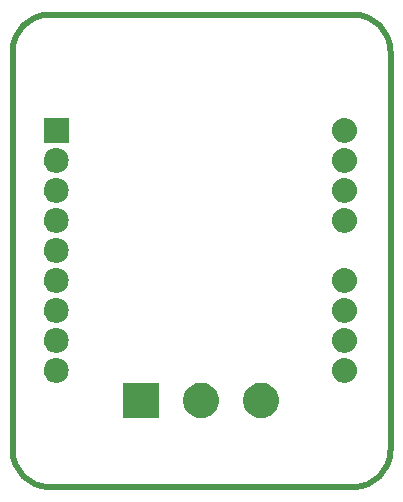
<source format=gbr>
%TF.GenerationSoftware,KiCad,Pcbnew,5.0.1*%
%TF.CreationDate,2018-10-23T16:10:10+11:00*%
%TF.ProjectId,FP2,4650322E6B696361645F706362000000,A*%
%TF.SameCoordinates,Original*%
%TF.FileFunction,Soldermask,Bot*%
%TF.FilePolarity,Negative*%
%FSLAX46Y46*%
G04 Gerber Fmt 4.6, Leading zero omitted, Abs format (unit mm)*
G04 Created by KiCad (PCBNEW 5.0.1) date Tue 23 Oct 2018 04:10:10 PM AEDT*
%MOMM*%
%LPD*%
G01*
G04 APERTURE LIST*
%ADD10C,0.500000*%
%ADD11C,0.150000*%
G04 APERTURE END LIST*
D10*
X132120000Y-120000000D02*
G75*
G02X129000000Y-116880000I0J3120000D01*
G01*
X161000000Y-116880000D02*
G75*
G02X157880000Y-120000000I-3120000J0D01*
G01*
X161000000Y-83120000D02*
G75*
G03X157880000Y-80000000I-3120000J0D01*
G01*
X129000000Y-83120000D02*
G75*
G02X132120000Y-80000000I3120000J0D01*
G01*
X129000000Y-116860000D02*
X129000000Y-83120000D01*
X132110000Y-120000000D02*
X157880000Y-120000000D01*
X161000000Y-83140000D02*
X161000000Y-116880000D01*
X132130000Y-80000000D02*
X157870000Y-80000000D01*
D11*
G36*
X141390000Y-114160000D02*
X138390000Y-114160000D01*
X138390000Y-111160000D01*
X141390000Y-111160000D01*
X141390000Y-114160000D01*
X141390000Y-114160000D01*
G37*
G36*
X150390935Y-111198429D02*
X150487534Y-111217644D01*
X150760517Y-111330717D01*
X151002920Y-111492687D01*
X151006197Y-111494876D01*
X151215124Y-111703803D01*
X151379284Y-111949485D01*
X151492356Y-112222467D01*
X151550000Y-112512261D01*
X151550000Y-112807739D01*
X151492356Y-113097533D01*
X151379284Y-113370515D01*
X151215124Y-113616197D01*
X151006197Y-113825124D01*
X151006194Y-113825126D01*
X150760517Y-113989283D01*
X150487534Y-114102356D01*
X150390935Y-114121571D01*
X150197739Y-114160000D01*
X149902261Y-114160000D01*
X149709065Y-114121571D01*
X149612466Y-114102356D01*
X149339483Y-113989283D01*
X149093806Y-113825126D01*
X149093803Y-113825124D01*
X148884876Y-113616197D01*
X148720716Y-113370515D01*
X148607644Y-113097533D01*
X148550000Y-112807739D01*
X148550000Y-112512261D01*
X148607644Y-112222467D01*
X148720716Y-111949485D01*
X148884876Y-111703803D01*
X149093803Y-111494876D01*
X149097080Y-111492687D01*
X149339483Y-111330717D01*
X149612466Y-111217644D01*
X149709065Y-111198429D01*
X149902261Y-111160000D01*
X150197739Y-111160000D01*
X150390935Y-111198429D01*
X150390935Y-111198429D01*
G37*
G36*
X145310935Y-111198429D02*
X145407534Y-111217644D01*
X145680517Y-111330717D01*
X145922920Y-111492687D01*
X145926197Y-111494876D01*
X146135124Y-111703803D01*
X146299284Y-111949485D01*
X146412356Y-112222467D01*
X146470000Y-112512261D01*
X146470000Y-112807739D01*
X146412356Y-113097533D01*
X146299284Y-113370515D01*
X146135124Y-113616197D01*
X145926197Y-113825124D01*
X145926194Y-113825126D01*
X145680517Y-113989283D01*
X145407534Y-114102356D01*
X145310935Y-114121571D01*
X145117739Y-114160000D01*
X144822261Y-114160000D01*
X144629065Y-114121571D01*
X144532466Y-114102356D01*
X144259483Y-113989283D01*
X144013806Y-113825126D01*
X144013803Y-113825124D01*
X143804876Y-113616197D01*
X143640716Y-113370515D01*
X143527644Y-113097533D01*
X143470000Y-112807739D01*
X143470000Y-112512261D01*
X143527644Y-112222467D01*
X143640716Y-111949485D01*
X143804876Y-111703803D01*
X144013803Y-111494876D01*
X144017080Y-111492687D01*
X144259483Y-111330717D01*
X144532466Y-111217644D01*
X144629065Y-111198429D01*
X144822261Y-111160000D01*
X145117739Y-111160000D01*
X145310935Y-111198429D01*
X145310935Y-111198429D01*
G37*
G36*
X132818707Y-109067597D02*
X132895836Y-109075193D01*
X133027787Y-109115220D01*
X133093763Y-109135233D01*
X133276172Y-109232733D01*
X133436054Y-109363946D01*
X133567267Y-109523828D01*
X133664767Y-109706237D01*
X133664767Y-109706238D01*
X133724807Y-109904164D01*
X133745080Y-110110000D01*
X133724807Y-110315836D01*
X133684780Y-110447787D01*
X133664767Y-110513763D01*
X133567267Y-110696172D01*
X133436054Y-110856054D01*
X133276172Y-110987267D01*
X133093763Y-111084767D01*
X133027787Y-111104780D01*
X132895836Y-111144807D01*
X132818707Y-111152404D01*
X132741580Y-111160000D01*
X132638420Y-111160000D01*
X132561293Y-111152404D01*
X132484164Y-111144807D01*
X132352213Y-111104780D01*
X132286237Y-111084767D01*
X132103828Y-110987267D01*
X131943946Y-110856054D01*
X131812733Y-110696172D01*
X131715233Y-110513763D01*
X131695220Y-110447787D01*
X131655193Y-110315836D01*
X131634920Y-110110000D01*
X131655193Y-109904164D01*
X131715233Y-109706238D01*
X131715233Y-109706237D01*
X131812733Y-109523828D01*
X131943946Y-109363946D01*
X132103828Y-109232733D01*
X132286237Y-109135233D01*
X132352213Y-109115220D01*
X132484164Y-109075193D01*
X132561293Y-109067597D01*
X132638420Y-109060000D01*
X132741580Y-109060000D01*
X132818707Y-109067597D01*
X132818707Y-109067597D01*
G37*
G36*
X157218707Y-109067597D02*
X157295836Y-109075193D01*
X157427787Y-109115220D01*
X157493763Y-109135233D01*
X157676172Y-109232733D01*
X157836054Y-109363946D01*
X157967267Y-109523828D01*
X158064767Y-109706237D01*
X158064767Y-109706238D01*
X158124807Y-109904164D01*
X158145080Y-110110000D01*
X158124807Y-110315836D01*
X158084780Y-110447787D01*
X158064767Y-110513763D01*
X157967267Y-110696172D01*
X157836054Y-110856054D01*
X157676172Y-110987267D01*
X157493763Y-111084767D01*
X157427787Y-111104780D01*
X157295836Y-111144807D01*
X157218707Y-111152404D01*
X157141580Y-111160000D01*
X157038420Y-111160000D01*
X156961293Y-111152404D01*
X156884164Y-111144807D01*
X156752213Y-111104780D01*
X156686237Y-111084767D01*
X156503828Y-110987267D01*
X156343946Y-110856054D01*
X156212733Y-110696172D01*
X156115233Y-110513763D01*
X156095220Y-110447787D01*
X156055193Y-110315836D01*
X156034920Y-110110000D01*
X156055193Y-109904164D01*
X156115233Y-109706238D01*
X156115233Y-109706237D01*
X156212733Y-109523828D01*
X156343946Y-109363946D01*
X156503828Y-109232733D01*
X156686237Y-109135233D01*
X156752213Y-109115220D01*
X156884164Y-109075193D01*
X156961293Y-109067597D01*
X157038420Y-109060000D01*
X157141580Y-109060000D01*
X157218707Y-109067597D01*
X157218707Y-109067597D01*
G37*
G36*
X157218707Y-106527596D02*
X157295836Y-106535193D01*
X157427787Y-106575220D01*
X157493763Y-106595233D01*
X157676172Y-106692733D01*
X157836054Y-106823946D01*
X157967267Y-106983828D01*
X158064767Y-107166237D01*
X158064767Y-107166238D01*
X158124807Y-107364164D01*
X158145080Y-107570000D01*
X158124807Y-107775836D01*
X158084780Y-107907787D01*
X158064767Y-107973763D01*
X157967267Y-108156172D01*
X157836054Y-108316054D01*
X157676172Y-108447267D01*
X157493763Y-108544767D01*
X157427787Y-108564780D01*
X157295836Y-108604807D01*
X157218707Y-108612404D01*
X157141580Y-108620000D01*
X157038420Y-108620000D01*
X156961293Y-108612404D01*
X156884164Y-108604807D01*
X156752213Y-108564780D01*
X156686237Y-108544767D01*
X156503828Y-108447267D01*
X156343946Y-108316054D01*
X156212733Y-108156172D01*
X156115233Y-107973763D01*
X156095220Y-107907787D01*
X156055193Y-107775836D01*
X156034920Y-107570000D01*
X156055193Y-107364164D01*
X156115233Y-107166238D01*
X156115233Y-107166237D01*
X156212733Y-106983828D01*
X156343946Y-106823946D01*
X156503828Y-106692733D01*
X156686237Y-106595233D01*
X156752213Y-106575220D01*
X156884164Y-106535193D01*
X156961293Y-106527596D01*
X157038420Y-106520000D01*
X157141580Y-106520000D01*
X157218707Y-106527596D01*
X157218707Y-106527596D01*
G37*
G36*
X132818707Y-106527596D02*
X132895836Y-106535193D01*
X133027787Y-106575220D01*
X133093763Y-106595233D01*
X133276172Y-106692733D01*
X133436054Y-106823946D01*
X133567267Y-106983828D01*
X133664767Y-107166237D01*
X133664767Y-107166238D01*
X133724807Y-107364164D01*
X133745080Y-107570000D01*
X133724807Y-107775836D01*
X133684780Y-107907787D01*
X133664767Y-107973763D01*
X133567267Y-108156172D01*
X133436054Y-108316054D01*
X133276172Y-108447267D01*
X133093763Y-108544767D01*
X133027787Y-108564780D01*
X132895836Y-108604807D01*
X132818707Y-108612404D01*
X132741580Y-108620000D01*
X132638420Y-108620000D01*
X132561293Y-108612404D01*
X132484164Y-108604807D01*
X132352213Y-108564780D01*
X132286237Y-108544767D01*
X132103828Y-108447267D01*
X131943946Y-108316054D01*
X131812733Y-108156172D01*
X131715233Y-107973763D01*
X131695220Y-107907787D01*
X131655193Y-107775836D01*
X131634920Y-107570000D01*
X131655193Y-107364164D01*
X131715233Y-107166238D01*
X131715233Y-107166237D01*
X131812733Y-106983828D01*
X131943946Y-106823946D01*
X132103828Y-106692733D01*
X132286237Y-106595233D01*
X132352213Y-106575220D01*
X132484164Y-106535193D01*
X132561293Y-106527596D01*
X132638420Y-106520000D01*
X132741580Y-106520000D01*
X132818707Y-106527596D01*
X132818707Y-106527596D01*
G37*
G36*
X157218707Y-103987596D02*
X157295836Y-103995193D01*
X157427787Y-104035220D01*
X157493763Y-104055233D01*
X157676172Y-104152733D01*
X157836054Y-104283946D01*
X157967267Y-104443828D01*
X158064767Y-104626237D01*
X158064767Y-104626238D01*
X158124807Y-104824164D01*
X158145080Y-105030000D01*
X158124807Y-105235836D01*
X158084780Y-105367787D01*
X158064767Y-105433763D01*
X157967267Y-105616172D01*
X157836054Y-105776054D01*
X157676172Y-105907267D01*
X157493763Y-106004767D01*
X157427787Y-106024780D01*
X157295836Y-106064807D01*
X157218707Y-106072404D01*
X157141580Y-106080000D01*
X157038420Y-106080000D01*
X156961293Y-106072404D01*
X156884164Y-106064807D01*
X156752213Y-106024780D01*
X156686237Y-106004767D01*
X156503828Y-105907267D01*
X156343946Y-105776054D01*
X156212733Y-105616172D01*
X156115233Y-105433763D01*
X156095220Y-105367787D01*
X156055193Y-105235836D01*
X156034920Y-105030000D01*
X156055193Y-104824164D01*
X156115233Y-104626238D01*
X156115233Y-104626237D01*
X156212733Y-104443828D01*
X156343946Y-104283946D01*
X156503828Y-104152733D01*
X156686237Y-104055233D01*
X156752213Y-104035220D01*
X156884164Y-103995193D01*
X156961293Y-103987596D01*
X157038420Y-103980000D01*
X157141580Y-103980000D01*
X157218707Y-103987596D01*
X157218707Y-103987596D01*
G37*
G36*
X132818707Y-103987596D02*
X132895836Y-103995193D01*
X133027787Y-104035220D01*
X133093763Y-104055233D01*
X133276172Y-104152733D01*
X133436054Y-104283946D01*
X133567267Y-104443828D01*
X133664767Y-104626237D01*
X133664767Y-104626238D01*
X133724807Y-104824164D01*
X133745080Y-105030000D01*
X133724807Y-105235836D01*
X133684780Y-105367787D01*
X133664767Y-105433763D01*
X133567267Y-105616172D01*
X133436054Y-105776054D01*
X133276172Y-105907267D01*
X133093763Y-106004767D01*
X133027787Y-106024780D01*
X132895836Y-106064807D01*
X132818707Y-106072404D01*
X132741580Y-106080000D01*
X132638420Y-106080000D01*
X132561293Y-106072404D01*
X132484164Y-106064807D01*
X132352213Y-106024780D01*
X132286237Y-106004767D01*
X132103828Y-105907267D01*
X131943946Y-105776054D01*
X131812733Y-105616172D01*
X131715233Y-105433763D01*
X131695220Y-105367787D01*
X131655193Y-105235836D01*
X131634920Y-105030000D01*
X131655193Y-104824164D01*
X131715233Y-104626238D01*
X131715233Y-104626237D01*
X131812733Y-104443828D01*
X131943946Y-104283946D01*
X132103828Y-104152733D01*
X132286237Y-104055233D01*
X132352213Y-104035220D01*
X132484164Y-103995193D01*
X132561293Y-103987596D01*
X132638420Y-103980000D01*
X132741580Y-103980000D01*
X132818707Y-103987596D01*
X132818707Y-103987596D01*
G37*
G36*
X157218707Y-101447597D02*
X157295836Y-101455193D01*
X157427787Y-101495220D01*
X157493763Y-101515233D01*
X157676172Y-101612733D01*
X157836054Y-101743946D01*
X157967267Y-101903828D01*
X158064767Y-102086237D01*
X158064767Y-102086238D01*
X158124807Y-102284164D01*
X158145080Y-102490000D01*
X158124807Y-102695836D01*
X158084780Y-102827787D01*
X158064767Y-102893763D01*
X157967267Y-103076172D01*
X157836054Y-103236054D01*
X157676172Y-103367267D01*
X157493763Y-103464767D01*
X157427787Y-103484780D01*
X157295836Y-103524807D01*
X157218707Y-103532404D01*
X157141580Y-103540000D01*
X157038420Y-103540000D01*
X156961293Y-103532404D01*
X156884164Y-103524807D01*
X156752213Y-103484780D01*
X156686237Y-103464767D01*
X156503828Y-103367267D01*
X156343946Y-103236054D01*
X156212733Y-103076172D01*
X156115233Y-102893763D01*
X156095220Y-102827787D01*
X156055193Y-102695836D01*
X156034920Y-102490000D01*
X156055193Y-102284164D01*
X156115233Y-102086238D01*
X156115233Y-102086237D01*
X156212733Y-101903828D01*
X156343946Y-101743946D01*
X156503828Y-101612733D01*
X156686237Y-101515233D01*
X156752213Y-101495220D01*
X156884164Y-101455193D01*
X156961293Y-101447597D01*
X157038420Y-101440000D01*
X157141580Y-101440000D01*
X157218707Y-101447597D01*
X157218707Y-101447597D01*
G37*
G36*
X132818707Y-101447597D02*
X132895836Y-101455193D01*
X133027787Y-101495220D01*
X133093763Y-101515233D01*
X133276172Y-101612733D01*
X133436054Y-101743946D01*
X133567267Y-101903828D01*
X133664767Y-102086237D01*
X133664767Y-102086238D01*
X133724807Y-102284164D01*
X133745080Y-102490000D01*
X133724807Y-102695836D01*
X133684780Y-102827787D01*
X133664767Y-102893763D01*
X133567267Y-103076172D01*
X133436054Y-103236054D01*
X133276172Y-103367267D01*
X133093763Y-103464767D01*
X133027787Y-103484780D01*
X132895836Y-103524807D01*
X132818707Y-103532404D01*
X132741580Y-103540000D01*
X132638420Y-103540000D01*
X132561293Y-103532404D01*
X132484164Y-103524807D01*
X132352213Y-103484780D01*
X132286237Y-103464767D01*
X132103828Y-103367267D01*
X131943946Y-103236054D01*
X131812733Y-103076172D01*
X131715233Y-102893763D01*
X131695220Y-102827787D01*
X131655193Y-102695836D01*
X131634920Y-102490000D01*
X131655193Y-102284164D01*
X131715233Y-102086238D01*
X131715233Y-102086237D01*
X131812733Y-101903828D01*
X131943946Y-101743946D01*
X132103828Y-101612733D01*
X132286237Y-101515233D01*
X132352213Y-101495220D01*
X132484164Y-101455193D01*
X132561293Y-101447597D01*
X132638420Y-101440000D01*
X132741580Y-101440000D01*
X132818707Y-101447597D01*
X132818707Y-101447597D01*
G37*
G36*
X132818707Y-98907597D02*
X132895836Y-98915193D01*
X133027787Y-98955220D01*
X133093763Y-98975233D01*
X133276172Y-99072733D01*
X133436054Y-99203946D01*
X133567267Y-99363828D01*
X133664767Y-99546237D01*
X133664767Y-99546238D01*
X133724807Y-99744164D01*
X133745080Y-99950000D01*
X133724807Y-100155836D01*
X133684780Y-100287787D01*
X133664767Y-100353763D01*
X133567267Y-100536172D01*
X133436054Y-100696054D01*
X133276172Y-100827267D01*
X133093763Y-100924767D01*
X133027787Y-100944780D01*
X132895836Y-100984807D01*
X132818707Y-100992403D01*
X132741580Y-101000000D01*
X132638420Y-101000000D01*
X132561293Y-100992404D01*
X132484164Y-100984807D01*
X132352213Y-100944780D01*
X132286237Y-100924767D01*
X132103828Y-100827267D01*
X131943946Y-100696054D01*
X131812733Y-100536172D01*
X131715233Y-100353763D01*
X131695220Y-100287787D01*
X131655193Y-100155836D01*
X131634920Y-99950000D01*
X131655193Y-99744164D01*
X131715233Y-99546238D01*
X131715233Y-99546237D01*
X131812733Y-99363828D01*
X131943946Y-99203946D01*
X132103828Y-99072733D01*
X132286237Y-98975233D01*
X132352213Y-98955220D01*
X132484164Y-98915193D01*
X132561293Y-98907597D01*
X132638420Y-98900000D01*
X132741580Y-98900000D01*
X132818707Y-98907597D01*
X132818707Y-98907597D01*
G37*
G36*
X157218707Y-96367597D02*
X157295836Y-96375193D01*
X157427787Y-96415220D01*
X157493763Y-96435233D01*
X157676172Y-96532733D01*
X157836054Y-96663946D01*
X157967267Y-96823828D01*
X158064767Y-97006237D01*
X158064767Y-97006238D01*
X158124807Y-97204164D01*
X158145080Y-97410000D01*
X158124807Y-97615836D01*
X158084780Y-97747787D01*
X158064767Y-97813763D01*
X157967267Y-97996172D01*
X157836054Y-98156054D01*
X157676172Y-98287267D01*
X157493763Y-98384767D01*
X157427787Y-98404780D01*
X157295836Y-98444807D01*
X157218707Y-98452403D01*
X157141580Y-98460000D01*
X157038420Y-98460000D01*
X156961293Y-98452404D01*
X156884164Y-98444807D01*
X156752213Y-98404780D01*
X156686237Y-98384767D01*
X156503828Y-98287267D01*
X156343946Y-98156054D01*
X156212733Y-97996172D01*
X156115233Y-97813763D01*
X156095220Y-97747787D01*
X156055193Y-97615836D01*
X156034920Y-97410000D01*
X156055193Y-97204164D01*
X156115233Y-97006238D01*
X156115233Y-97006237D01*
X156212733Y-96823828D01*
X156343946Y-96663946D01*
X156503828Y-96532733D01*
X156686237Y-96435233D01*
X156752213Y-96415220D01*
X156884164Y-96375193D01*
X156961293Y-96367597D01*
X157038420Y-96360000D01*
X157141580Y-96360000D01*
X157218707Y-96367597D01*
X157218707Y-96367597D01*
G37*
G36*
X132818707Y-96367597D02*
X132895836Y-96375193D01*
X133027787Y-96415220D01*
X133093763Y-96435233D01*
X133276172Y-96532733D01*
X133436054Y-96663946D01*
X133567267Y-96823828D01*
X133664767Y-97006237D01*
X133664767Y-97006238D01*
X133724807Y-97204164D01*
X133745080Y-97410000D01*
X133724807Y-97615836D01*
X133684780Y-97747787D01*
X133664767Y-97813763D01*
X133567267Y-97996172D01*
X133436054Y-98156054D01*
X133276172Y-98287267D01*
X133093763Y-98384767D01*
X133027787Y-98404780D01*
X132895836Y-98444807D01*
X132818707Y-98452403D01*
X132741580Y-98460000D01*
X132638420Y-98460000D01*
X132561293Y-98452404D01*
X132484164Y-98444807D01*
X132352213Y-98404780D01*
X132286237Y-98384767D01*
X132103828Y-98287267D01*
X131943946Y-98156054D01*
X131812733Y-97996172D01*
X131715233Y-97813763D01*
X131695220Y-97747787D01*
X131655193Y-97615836D01*
X131634920Y-97410000D01*
X131655193Y-97204164D01*
X131715233Y-97006238D01*
X131715233Y-97006237D01*
X131812733Y-96823828D01*
X131943946Y-96663946D01*
X132103828Y-96532733D01*
X132286237Y-96435233D01*
X132352213Y-96415220D01*
X132484164Y-96375193D01*
X132561293Y-96367597D01*
X132638420Y-96360000D01*
X132741580Y-96360000D01*
X132818707Y-96367597D01*
X132818707Y-96367597D01*
G37*
G36*
X157218707Y-93827596D02*
X157295836Y-93835193D01*
X157427787Y-93875220D01*
X157493763Y-93895233D01*
X157676172Y-93992733D01*
X157836054Y-94123946D01*
X157967267Y-94283828D01*
X158064767Y-94466237D01*
X158064767Y-94466238D01*
X158124807Y-94664164D01*
X158145080Y-94870000D01*
X158124807Y-95075836D01*
X158084780Y-95207787D01*
X158064767Y-95273763D01*
X157967267Y-95456172D01*
X157836054Y-95616054D01*
X157676172Y-95747267D01*
X157493763Y-95844767D01*
X157427787Y-95864780D01*
X157295836Y-95904807D01*
X157218707Y-95912403D01*
X157141580Y-95920000D01*
X157038420Y-95920000D01*
X156961293Y-95912404D01*
X156884164Y-95904807D01*
X156752213Y-95864780D01*
X156686237Y-95844767D01*
X156503828Y-95747267D01*
X156343946Y-95616054D01*
X156212733Y-95456172D01*
X156115233Y-95273763D01*
X156095220Y-95207787D01*
X156055193Y-95075836D01*
X156034920Y-94870000D01*
X156055193Y-94664164D01*
X156115233Y-94466238D01*
X156115233Y-94466237D01*
X156212733Y-94283828D01*
X156343946Y-94123946D01*
X156503828Y-93992733D01*
X156686237Y-93895233D01*
X156752213Y-93875220D01*
X156884164Y-93835193D01*
X156961293Y-93827596D01*
X157038420Y-93820000D01*
X157141580Y-93820000D01*
X157218707Y-93827596D01*
X157218707Y-93827596D01*
G37*
G36*
X132818707Y-93827596D02*
X132895836Y-93835193D01*
X133027787Y-93875220D01*
X133093763Y-93895233D01*
X133276172Y-93992733D01*
X133436054Y-94123946D01*
X133567267Y-94283828D01*
X133664767Y-94466237D01*
X133664767Y-94466238D01*
X133724807Y-94664164D01*
X133745080Y-94870000D01*
X133724807Y-95075836D01*
X133684780Y-95207787D01*
X133664767Y-95273763D01*
X133567267Y-95456172D01*
X133436054Y-95616054D01*
X133276172Y-95747267D01*
X133093763Y-95844767D01*
X133027787Y-95864780D01*
X132895836Y-95904807D01*
X132818707Y-95912403D01*
X132741580Y-95920000D01*
X132638420Y-95920000D01*
X132561293Y-95912404D01*
X132484164Y-95904807D01*
X132352213Y-95864780D01*
X132286237Y-95844767D01*
X132103828Y-95747267D01*
X131943946Y-95616054D01*
X131812733Y-95456172D01*
X131715233Y-95273763D01*
X131695220Y-95207787D01*
X131655193Y-95075836D01*
X131634920Y-94870000D01*
X131655193Y-94664164D01*
X131715233Y-94466238D01*
X131715233Y-94466237D01*
X131812733Y-94283828D01*
X131943946Y-94123946D01*
X132103828Y-93992733D01*
X132286237Y-93895233D01*
X132352213Y-93875220D01*
X132484164Y-93835193D01*
X132561293Y-93827596D01*
X132638420Y-93820000D01*
X132741580Y-93820000D01*
X132818707Y-93827596D01*
X132818707Y-93827596D01*
G37*
G36*
X132818707Y-91287596D02*
X132895836Y-91295193D01*
X133027787Y-91335220D01*
X133093763Y-91355233D01*
X133276172Y-91452733D01*
X133436054Y-91583946D01*
X133567267Y-91743828D01*
X133664767Y-91926237D01*
X133664767Y-91926238D01*
X133724807Y-92124164D01*
X133745080Y-92330000D01*
X133724807Y-92535836D01*
X133684780Y-92667787D01*
X133664767Y-92733763D01*
X133567267Y-92916172D01*
X133436054Y-93076054D01*
X133276172Y-93207267D01*
X133093763Y-93304767D01*
X133027787Y-93324780D01*
X132895836Y-93364807D01*
X132818707Y-93372403D01*
X132741580Y-93380000D01*
X132638420Y-93380000D01*
X132561293Y-93372404D01*
X132484164Y-93364807D01*
X132352213Y-93324780D01*
X132286237Y-93304767D01*
X132103828Y-93207267D01*
X131943946Y-93076054D01*
X131812733Y-92916172D01*
X131715233Y-92733763D01*
X131695220Y-92667787D01*
X131655193Y-92535836D01*
X131634920Y-92330000D01*
X131655193Y-92124164D01*
X131715233Y-91926238D01*
X131715233Y-91926237D01*
X131812733Y-91743828D01*
X131943946Y-91583946D01*
X132103828Y-91452733D01*
X132286237Y-91355233D01*
X132352213Y-91335220D01*
X132484164Y-91295193D01*
X132561293Y-91287596D01*
X132638420Y-91280000D01*
X132741580Y-91280000D01*
X132818707Y-91287596D01*
X132818707Y-91287596D01*
G37*
G36*
X157218707Y-91287596D02*
X157295836Y-91295193D01*
X157427787Y-91335220D01*
X157493763Y-91355233D01*
X157676172Y-91452733D01*
X157836054Y-91583946D01*
X157967267Y-91743828D01*
X158064767Y-91926237D01*
X158064767Y-91926238D01*
X158124807Y-92124164D01*
X158145080Y-92330000D01*
X158124807Y-92535836D01*
X158084780Y-92667787D01*
X158064767Y-92733763D01*
X157967267Y-92916172D01*
X157836054Y-93076054D01*
X157676172Y-93207267D01*
X157493763Y-93304767D01*
X157427787Y-93324780D01*
X157295836Y-93364807D01*
X157218707Y-93372403D01*
X157141580Y-93380000D01*
X157038420Y-93380000D01*
X156961293Y-93372404D01*
X156884164Y-93364807D01*
X156752213Y-93324780D01*
X156686237Y-93304767D01*
X156503828Y-93207267D01*
X156343946Y-93076054D01*
X156212733Y-92916172D01*
X156115233Y-92733763D01*
X156095220Y-92667787D01*
X156055193Y-92535836D01*
X156034920Y-92330000D01*
X156055193Y-92124164D01*
X156115233Y-91926238D01*
X156115233Y-91926237D01*
X156212733Y-91743828D01*
X156343946Y-91583946D01*
X156503828Y-91452733D01*
X156686237Y-91355233D01*
X156752213Y-91335220D01*
X156884164Y-91295193D01*
X156961293Y-91287597D01*
X157038420Y-91280000D01*
X157141580Y-91280000D01*
X157218707Y-91287596D01*
X157218707Y-91287596D01*
G37*
G36*
X133740000Y-90840000D02*
X131640000Y-90840000D01*
X131640000Y-88740000D01*
X133740000Y-88740000D01*
X133740000Y-90840000D01*
X133740000Y-90840000D01*
G37*
G36*
X157218707Y-88747597D02*
X157295836Y-88755193D01*
X157427787Y-88795220D01*
X157493763Y-88815233D01*
X157676172Y-88912733D01*
X157836054Y-89043946D01*
X157967267Y-89203828D01*
X158064767Y-89386237D01*
X158064767Y-89386238D01*
X158124807Y-89584164D01*
X158145080Y-89790000D01*
X158124807Y-89995836D01*
X158084780Y-90127787D01*
X158064767Y-90193763D01*
X157967267Y-90376172D01*
X157836054Y-90536054D01*
X157676172Y-90667267D01*
X157493763Y-90764767D01*
X157427787Y-90784780D01*
X157295836Y-90824807D01*
X157218707Y-90832404D01*
X157141580Y-90840000D01*
X157038420Y-90840000D01*
X156961293Y-90832404D01*
X156884164Y-90824807D01*
X156752213Y-90784780D01*
X156686237Y-90764767D01*
X156503828Y-90667267D01*
X156343946Y-90536054D01*
X156212733Y-90376172D01*
X156115233Y-90193763D01*
X156095220Y-90127787D01*
X156055193Y-89995836D01*
X156034920Y-89790000D01*
X156055193Y-89584164D01*
X156115233Y-89386238D01*
X156115233Y-89386237D01*
X156212733Y-89203828D01*
X156343946Y-89043946D01*
X156503828Y-88912733D01*
X156686237Y-88815233D01*
X156752213Y-88795220D01*
X156884164Y-88755193D01*
X156961293Y-88747597D01*
X157038420Y-88740000D01*
X157141580Y-88740000D01*
X157218707Y-88747597D01*
X157218707Y-88747597D01*
G37*
M02*

</source>
